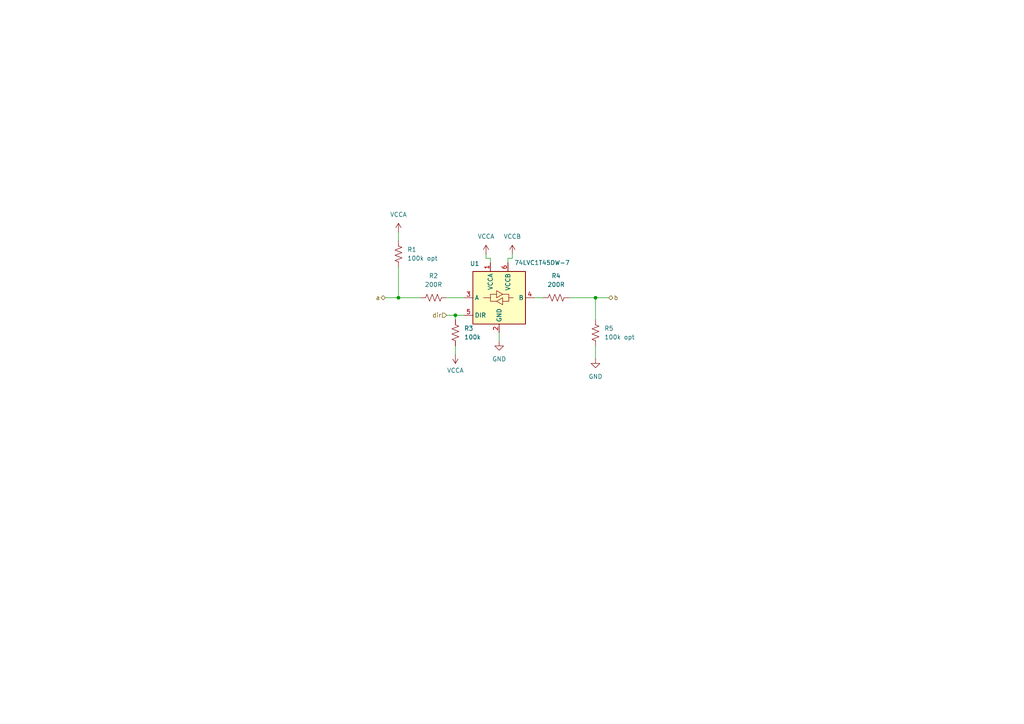
<source format=kicad_sch>
(kicad_sch (version 20250114) (generator "eeschema") (generator_version "9.0")
  (paper "A4")
  (lib_symbols
    (symbol "Device:R_US" (pin_numbers (hide yes)) (pin_names (offset 0))
      (property "Reference" "R" (at 2.54 0 90))
      (property "Value" "R_US" (at -2.54 0 90))
      (symbol "R_US_0_1"
        (polyline (pts (xy 0 2.286) (xy 0 2.54)))
        (polyline (pts (xy 0 2.286) (xy 1.016 1.905) (xy 0 1.524) (xy -1.016 1.143) (xy 0 0.762)))
        (polyline (pts (xy 0 0.762) (xy 1.016 0.381) (xy 0 0) (xy -1.016 -0.381) (xy 0 -0.762)))
        (polyline (pts (xy 0 -0.762) (xy 1.016 -1.143) (xy 0 -1.524) (xy -1.016 -1.905) (xy 0 -2.286)))
        (polyline (pts (xy 0 -2.286) (xy 0 -2.54)))
      )
      (symbol "R_US_1_1"
        (pin passive line (at 0 3.81 270) (length 1.27) (name "~") (number "1"))
        (pin passive line (at 0 -3.81 90) (length 1.27) (name "~") (number "2"))
      )
    )
    (symbol "Logic_LevelTranslator:SN74LVC1T45DCK"
      (property "Reference" "U" (at -6.35 8.89 0))
      (property "Value" "SN74LVC1T45DCK" (at 3.81 8.89 0))
      (symbol "SN74LVC1T45DCK_0_1"
        (rectangle (start -7.62 7.62) (end 7.62 -7.62) (stroke (width 0.254)) (fill (type background)))
        (polyline (pts (xy -2.54 0) (xy -2.54 1.016) (xy -0.762 1.016)))
        (polyline (pts (xy -0.762 0) (xy -0.762 2.032) (xy 1.016 1.016) (xy -0.762 0)))
        (polyline (pts (xy -0.762 -1.016) (xy -2.54 -1.016) (xy -2.54 0) (xy -4.572 0)))
        (polyline (pts (xy 1.016 1.016) (xy 2.794 1.016) (xy 2.794 0) (xy 4.064 0)))
        (polyline (pts (xy 1.016 0) (xy 1.016 -1.778) (xy 1.016 -2.032) (xy -0.762 -1.016) (xy 1.016 0)))
        (polyline (pts (xy 2.794 0) (xy 2.794 -1.016) (xy 1.016 -1.016)))
      )
      (symbol "SN74LVC1T45DCK_1_1"
        (pin bidirectional line (at -10.16 0 0) (length 2.54) (name "A") (number "3"))
        (pin input line (at -10.16 -5.08 0) (length 2.54) (name "DIR") (number "5"))
        (pin power_in line (at -2.54 10.16 270) (length 2.54) (name "VCCA") (number "1"))
        (pin power_in line (at 0 -10.16 90) (length 2.54) (name "GND") (number "2"))
        (pin power_in line (at 2.54 10.16 270) (length 2.54) (name "VCCB") (number "6"))
        (pin bidirectional line (at 10.16 0 180) (length 2.54) (name "B") (number "4"))
      )
    )
    (symbol "power:GND" (power) (pin_numbers (hide yes)) (pin_names (offset 0) (hide yes))
      (property "Value" "GND" (at 0 -3.81 0))
      (symbol "GND_0_1"
        (polyline (pts (xy 0 0) (xy 0 -1.27) (xy 1.27 -1.27) (xy 0 -2.54) (xy -1.27 -1.27) (xy 0 -1.27)))
      )
      (symbol "GND_1_1"
        (pin power_in line (at 0 0 270) (length 0) (name "~") (number "1"))
      )
    )
    (symbol "power:VCC" (power) (pin_numbers (hide yes)) (pin_names (offset 0) (hide yes))
      (property "Value" "VCC" (at 0 3.556 0))
      (symbol "VCC_0_1"
        (polyline (pts (xy -0.762 1.27) (xy 0 2.54)))
        (polyline (pts (xy 0 2.54) (xy 0.762 1.27)))
        (polyline (pts (xy 0 0) (xy 0 2.54)))
      )
      (symbol "VCC_1_1"
        (pin power_in line (at 0 0 90) (length 0) (name "~") (number "1"))
      )
    )
  )
  (junction (at 115.57 86.36))
  (junction (at 132.08 91.44))
  (junction (at 172.72 86.36))
  (wire (pts (xy 148.59 74.93) (xy 147.32 74.93)))
  (wire (pts (xy 165.1 86.36) (xy 172.72 86.36)))
  (wire (pts (xy 172.72 86.36) (xy 172.72 92.71)))
  (wire (pts (xy 129.54 91.44) (xy 132.08 91.44)))
  (wire (pts (xy 132.08 100.33) (xy 132.08 102.87)))
  (wire (pts (xy 140.97 73.66) (xy 140.97 74.93)))
  (wire (pts (xy 154.94 86.36) (xy 157.48 86.36)))
  (wire (pts (xy 115.57 67.31) (xy 115.57 69.85)))
  (wire (pts (xy 147.32 74.93) (xy 147.32 76.2)))
  (wire (pts (xy 148.59 73.66) (xy 148.59 74.93)))
  (wire (pts (xy 144.78 96.52) (xy 144.78 99.06)))
  (wire (pts (xy 129.54 86.36) (xy 134.62 86.36)))
  (wire (pts (xy 172.72 86.36) (xy 176.53 86.36)))
  (wire (pts (xy 172.72 100.33) (xy 172.72 104.14)))
  (wire (pts (xy 140.97 74.93) (xy 142.24 74.93)))
  (wire (pts (xy 132.08 91.44) (xy 132.08 92.71)))
  (wire (pts (xy 134.62 91.44) (xy 132.08 91.44)))
  (wire (pts (xy 115.57 77.47) (xy 115.57 86.36)))
  (wire (pts (xy 115.57 86.36) (xy 121.92 86.36)))
  (wire (pts (xy 142.24 74.93) (xy 142.24 76.2)))
  (wire (pts (xy 111.76 86.36) (xy 115.57 86.36)))
  (hierarchical_label "dir" (shape input) (at 129.54 91.44 180))
  (hierarchical_label "a" (shape bidirectional) (at 111.76 86.36 180))
  (hierarchical_label "b" (shape bidirectional) (at 176.53 86.36 0))
  (symbol (lib_id "power:VCC") (at 148.59 73.66 0) (unit 1)
    (property "Reference" "#PWR014" (effects (hide yes)))
    (property "Value" "VCCB" (at 148.59 68.58 0))
    (property "Description" "Power symbol creates a global label with name \"VCC\"" (effects (hide yes)))
    (instances (project "cotti_level_shifter" (path "" (reference "#PWR014") (unit 1)) (path "" (reference "#PWR026") (unit 1)) (path "" (reference "#PWR056") (unit 1)) (path "" (reference "#PWR020") (unit 1)) (path "" (reference "#PWR050") (unit 1)) (path "" (reference "#PWR044") (unit 1)) (path "" (reference "#PWR032") (unit 1)) (path "" (reference "#PWR038") (unit 1))))
  )
  (symbol (lib_id "Device:R_US") (at 172.72 96.52 0) (unit 1)
    (property "Reference" "R5" (at 175.26 95.2499 0) (effects (justify left)))
    (property "Value" "100k opt" (at 175.26 97.7899 0) (effects (justify left)))
    (property "Footprint" "Resistor_SMD:R_0805_2012Metric_Pad1.20x1.40mm_HandSolder" (effects (hide yes)))
    (property "Datasheet" "https://www.yageogroup.com/content/datasheet/asset/file/PYU-AC_51_ROHS_L" (effects (hide yes)))
    (property "Description" "Resistor, US symbol" (effects (hide yes)))
    (property "Digikey" "https://www.digikey.com/en/products/detail/yageo/AC0805FR-13100KL/13694083" (effects (hide yes)))
    (property "Digikey P/N" "13-AC0805FR-13100KLCT-ND" (effects (hide yes)))
    (property "Mfr." "YAGEO" (effects (hide yes)))
    (property "Mfr. P/N" "AC0805FR-13100KL" (effects (hide yes)))
    (instances (project "cotti_level_shifter" (path "" (reference "R5") (unit 1)) (path "" (reference "R15") (unit 1)) (path "" (reference "R40") (unit 1)) (path "" (reference "R10") (unit 1)) (path "" (reference "R35") (unit 1)) (path "" (reference "R30") (unit 1)) (path "" (reference "R20") (unit 1)) (path "" (reference "R25") (unit 1))))
  )
  (symbol (lib_id "Device:R_US") (at 132.08 96.52 0) (unit 1)
    (property "Reference" "R3" (at 134.62 95.2499 0) (effects (justify left)))
    (property "Value" "100k" (at 134.62 97.7899 0) (effects (justify left)))
    (property "Footprint" "Resistor_SMD:R_0805_2012Metric_Pad1.20x1.40mm_HandSolder" (effects (hide yes)))
    (property "Datasheet" "https://www.yageogroup.com/content/datasheet/asset/file/PYU-AC_51_ROHS_L" (effects (hide yes)))
    (property "Description" "Resistor, US symbol" (effects (hide yes)))
    (property "Digikey" "https://www.digikey.com/en/products/detail/yageo/AC0805FR-13100KL/13694083" (effects (hide yes)))
    (property "Digikey P/N" "13-AC0805FR-13100KLCT-ND" (effects (hide yes)))
    (property "Mfr." "YAGEO" (effects (hide yes)))
    (property "Mfr. P/N" "AC0805FR-13100KL" (effects (hide yes)))
    (instances (project "cotti_level_shifter" (path "" (reference "R3") (unit 1)) (path "" (reference "R13") (unit 1)) (path "" (reference "R38") (unit 1)) (path "" (reference "R8") (unit 1)) (path "" (reference "R33") (unit 1)) (path "" (reference "R28") (unit 1)) (path "" (reference "R18") (unit 1)) (path "" (reference "R23") (unit 1))))
  )
  (symbol (lib_id "power:VCC") (at 115.57 67.31 0) (unit 1)
    (property "Reference" "#PWR010" (effects (hide yes)))
    (property "Value" "VCCA" (at 115.57 62.23 0))
    (property "Description" "Power symbol creates a global label with name \"VCC\"" (effects (hide yes)))
    (instances (project "cotti_level_shifter" (path "" (reference "#PWR010") (unit 1)) (path "" (reference "#PWR022") (unit 1)) (path "" (reference "#PWR052") (unit 1)) (path "" (reference "#PWR016") (unit 1)) (path "" (reference "#PWR046") (unit 1)) (path "" (reference "#PWR040") (unit 1)) (path "" (reference "#PWR028") (unit 1)) (path "" (reference "#PWR034") (unit 1))))
  )
  (symbol (lib_id "Device:R_US") (at 125.73 86.36 90) (unit 1)
    (property "Reference" "R2" (at 125.73 80.01 90))
    (property "Value" "200R" (at 125.73 82.55 90))
    (property "Footprint" "Resistor_SMD:R_0805_2012Metric_Pad1.20x1.40mm_HandSolder" (effects (hide yes)))
    (property "Datasheet" "https://www.yageogroup.com/content/datasheet/asset/file/PYU-RC_GROUP_51_ROHS_L" (effects (hide yes)))
    (property "Description" "Resistor, US symbol" (effects (hide yes)))
    (property "Digikey" "https://www.digikey.com/en/products/detail/yageo/RC0805FR-13200RL/17013175" (effects (hide yes)))
    (property "Digikey P/N" "13-RC0805FR-13200RLCT-ND" (effects (hide yes)))
    (property "Mfr." "YAGEO" (effects (hide yes)))
    (property "Mfr. P/N" "RC0805FR-13200RL" (effects (hide yes)))
    (instances (project "cotti_level_shifter" (path "" (reference "R2") (unit 1)) (path "" (reference "R12") (unit 1)) (path "" (reference "R37") (unit 1)) (path "" (reference "R7") (unit 1)) (path "" (reference "R32") (unit 1)) (path "" (reference "R27") (unit 1)) (path "" (reference "R17") (unit 1)) (path "" (reference "R22") (unit 1))))
  )
  (symbol (lib_id "power:GND") (at 144.78 99.06 0) (unit 1)
    (property "Reference" "#PWR013" (effects (hide yes)))
    (property "Value" "GND" (at 144.78 104.14 0))
    (property "Description" "Power symbol creates a global label with name \"GND\" , ground" (effects (hide yes)))
    (instances (project "cotti_level_shifter" (path "" (reference "#PWR013") (unit 1)) (path "" (reference "#PWR025") (unit 1)) (path "" (reference "#PWR055") (unit 1)) (path "" (reference "#PWR019") (unit 1)) (path "" (reference "#PWR049") (unit 1)) (path "" (reference "#PWR043") (unit 1)) (path "" (reference "#PWR031") (unit 1)) (path "" (reference "#PWR037") (unit 1))))
  )
  (symbol (lib_id "power:GND") (at 172.72 104.14 0) (unit 1)
    (property "Reference" "#PWR015" (effects (hide yes)))
    (property "Value" "GND" (at 172.72 109.22 0))
    (property "Description" "Power symbol creates a global label with name \"GND\" , ground" (effects (hide yes)))
    (instances (project "" (path "" (reference "#PWR015") (unit 1)) (path "" (reference "#PWR027") (unit 1)) (path "" (reference "#PWR057") (unit 1)) (path "" (reference "#PWR021") (unit 1)) (path "" (reference "#PWR051") (unit 1)) (path "" (reference "#PWR045") (unit 1)) (path "" (reference "#PWR033") (unit 1)) (path "" (reference "#PWR039") (unit 1))))
  )
  (symbol (lib_id "Logic_LevelTranslator:SN74LVC1T45DCK") (at 144.78 86.36 0) (unit 1)
    (property "Reference" "U1" (at 137.668 76.454 0))
    (property "Value" "74LVC1T45DW-7" (at 157.226 76.2 0))
    (property "Footprint" "Package_TO_SOT_SMD:SOT-363_SC-70-6" (effects (hide yes)))
    (property "Datasheet" "http://www.ti.com/lit/ds/symlink/sn74lvc1t45.pdf" (effects (hide yes)))
    (property "Description" "Single-Bit Dual-Supply Bus Transceiver With Configurable Voltage Translation and 3-State Outputs, SOT-363" (effects (hide yes)))
    (property "Digikey" "https://www.digikey.com/en/products/detail/diodes-incorporated/74LVC1T45DW-7/5427266" (effects (hide yes)))
    (property "Digikey P/N" "31-74LVC1T45DW-7CT-ND" (effects (hide yes)))
    (property "Mfr." "Diodes Incorporated" (effects (hide yes)))
    (property "Mfr. P/N" "74LVC1T45DW-7" (effects (hide yes)))
    (instances (project "cotti_level_shifter" (path "" (reference "U1") (unit 1)) (path "" (reference "U3") (unit 1)) (path "" (reference "U8") (unit 1)) (path "" (reference "U2") (unit 1)) (path "" (reference "U7") (unit 1)) (path "" (reference "U6") (unit 1)) (path "" (reference "U4") (unit 1)) (path "" (reference "U5") (unit 1))))
  )
  (symbol (lib_id "Device:R_US") (at 161.29 86.36 90) (unit 1)
    (property "Reference" "R4" (at 161.29 80.01 90))
    (property "Value" "200R" (at 161.29 82.55 90))
    (property "Footprint" "Resistor_SMD:R_0805_2012Metric_Pad1.20x1.40mm_HandSolder" (effects (hide yes)))
    (property "Datasheet" "https://www.yageogroup.com/content/datasheet/asset/file/PYU-RC_GROUP_51_ROHS_L" (effects (hide yes)))
    (property "Description" "Resistor, US symbol" (effects (hide yes)))
    (property "Digikey" "https://www.digikey.com/en/products/detail/yageo/RC0805FR-13200RL/17013175" (effects (hide yes)))
    (property "Digikey P/N" "13-RC0805FR-13200RLCT-ND" (effects (hide yes)))
    (property "Mfr." "YAGEO" (effects (hide yes)))
    (property "Mfr. P/N" "RC0805FR-13200RL" (effects (hide yes)))
    (instances (project "cotti_level_shifter" (path "" (reference "R4") (unit 1)) (path "" (reference "R14") (unit 1)) (path "" (reference "R39") (unit 1)) (path "" (reference "R9") (unit 1)) (path "" (reference "R34") (unit 1)) (path "" (reference "R29") (unit 1)) (path "" (reference "R19") (unit 1)) (path "" (reference "R24") (unit 1))))
  )
  (symbol (lib_id "Device:R_US") (at 115.57 73.66 0) (unit 1)
    (property "Reference" "R1" (at 118.11 72.3899 0) (effects (justify left)))
    (property "Value" "100k opt" (at 118.11 74.9299 0) (effects (justify left)))
    (property "Footprint" "Resistor_SMD:R_0805_2012Metric_Pad1.20x1.40mm_HandSolder" (effects (hide yes)))
    (property "Datasheet" "https://www.yageogroup.com/content/datasheet/asset/file/PYU-AC_51_ROHS_L" (effects (hide yes)))
    (property "Description" "Resistor, US symbol" (effects (hide yes)))
    (property "Digikey" "https://www.digikey.com/en/products/detail/yageo/AC0805FR-13100KL/13694083" (effects (hide yes)))
    (property "Digikey P/N" "13-AC0805FR-13100KLCT-ND" (effects (hide yes)))
    (property "Mfr." "YAGEO" (effects (hide yes)))
    (property "Mfr. P/N" "AC0805FR-13100KL" (effects (hide yes)))
    (instances (project "cotti_level_shifter" (path "" (reference "R1") (unit 1)) (path "" (reference "R11") (unit 1)) (path "" (reference "R36") (unit 1)) (path "" (reference "R6") (unit 1)) (path "" (reference "R31") (unit 1)) (path "" (reference "R26") (unit 1)) (path "" (reference "R16") (unit 1)) (path "" (reference "R21") (unit 1))))
  )
  (symbol (lib_id "power:VCC") (at 140.97 73.66 0) (unit 1)
    (property "Reference" "#PWR012" (effects (hide yes)))
    (property "Value" "VCCA" (at 140.97 68.58 0))
    (property "Description" "Power symbol creates a global label with name \"VCC\"" (effects (hide yes)))
    (instances (project "cotti_level_shifter" (path "" (reference "#PWR012") (unit 1)) (path "" (reference "#PWR024") (unit 1)) (path "" (reference "#PWR054") (unit 1)) (path "" (reference "#PWR018") (unit 1)) (path "" (reference "#PWR048") (unit 1)) (path "" (reference "#PWR042") (unit 1)) (path "" (reference "#PWR030") (unit 1)) (path "" (reference "#PWR036") (unit 1))))
  )
  (symbol (lib_id "power:VCC") (at 132.08 102.87 180) (unit 1)
    (property "Reference" "#PWR011" (effects (hide yes)))
    (property "Value" "VCCA" (at 132.08 107.442 0))
    (property "Description" "Power symbol creates a global label with name \"VCC\"" (effects (hide yes)))
    (instances (project "cotti_level_shifter" (path "" (reference "#PWR011") (unit 1)) (path "" (reference "#PWR023") (unit 1)) (path "" (reference "#PWR053") (unit 1)) (path "" (reference "#PWR017") (unit 1)) (path "" (reference "#PWR047") (unit 1)) (path "" (reference "#PWR041") (unit 1)) (path "" (reference "#PWR029") (unit 1)) (path "" (reference "#PWR035") (unit 1))))
  )
)
</source>
